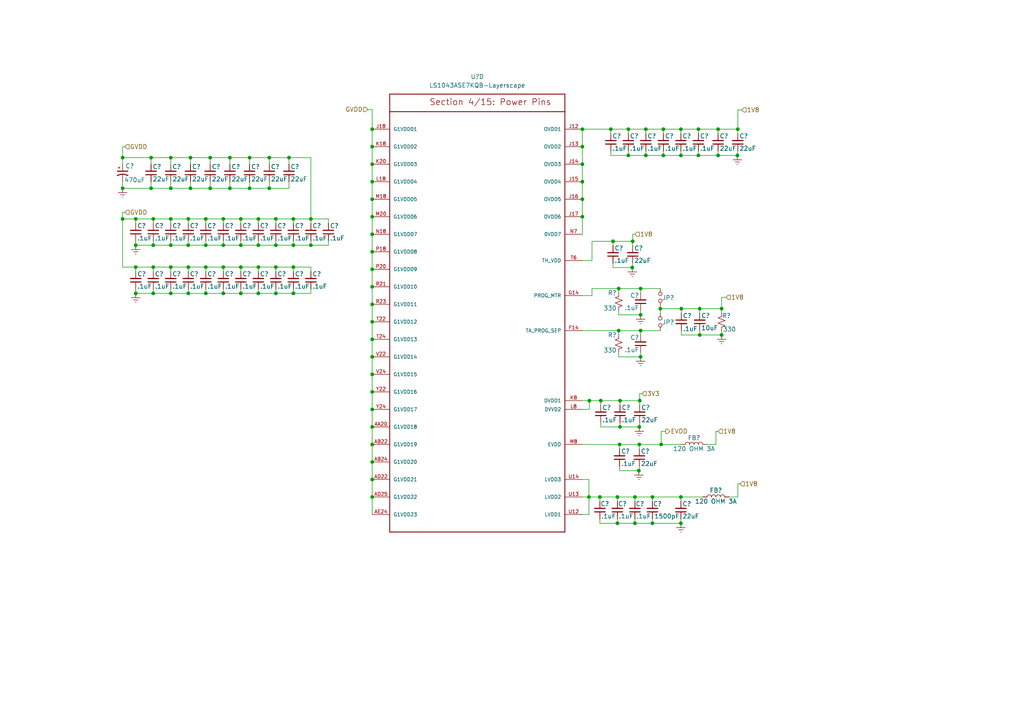
<source format=kicad_sch>
(kicad_sch (version 20200828) (generator eeschema)
  (page 6 9)
  (paper "A4")
  (junction (at 35.56 45.72) (diameter 0.9144))
  (junction (at 35.56 54.61) (diameter 0.9144))
  (junction (at 35.56 63.5) (diameter 0.9144))
  (junction (at 39.37 63.5) (diameter 0.9144))
  (junction (at 39.37 71.12) (diameter 0.9144))
  (junction (at 39.37 77.47) (diameter 0.9144))
  (junction (at 39.37 85.09) (diameter 0.9144))
  (junction (at 43.815 45.72) (diameter 0.9144))
  (junction (at 43.815 54.61) (diameter 0.9144))
  (junction (at 44.45 63.5) (diameter 0.9144))
  (junction (at 44.45 71.12) (diameter 0.9144))
  (junction (at 44.45 77.47) (diameter 0.9144))
  (junction (at 44.45 85.09) (diameter 0.9144))
  (junction (at 49.53 45.72) (diameter 0.9144))
  (junction (at 49.53 54.61) (diameter 0.9144))
  (junction (at 49.53 63.5) (diameter 0.9144))
  (junction (at 49.53 71.12) (diameter 0.9144))
  (junction (at 49.53 77.47) (diameter 0.9144))
  (junction (at 49.53 85.09) (diameter 0.9144))
  (junction (at 54.61 63.5) (diameter 0.9144))
  (junction (at 54.61 71.12) (diameter 0.9144))
  (junction (at 54.61 77.47) (diameter 0.9144))
  (junction (at 54.61 85.09) (diameter 0.9144))
  (junction (at 55.245 45.72) (diameter 0.9144))
  (junction (at 55.245 54.61) (diameter 0.9144))
  (junction (at 59.69 63.5) (diameter 0.9144))
  (junction (at 59.69 71.12) (diameter 0.9144))
  (junction (at 59.69 77.47) (diameter 0.9144))
  (junction (at 59.69 85.09) (diameter 0.9144))
  (junction (at 60.96 45.72) (diameter 0.9144))
  (junction (at 60.96 54.61) (diameter 0.9144))
  (junction (at 64.77 63.5) (diameter 0.9144))
  (junction (at 64.77 71.12) (diameter 0.9144))
  (junction (at 64.77 77.47) (diameter 0.9144))
  (junction (at 64.77 85.09) (diameter 0.9144))
  (junction (at 66.675 45.72) (diameter 0.9144))
  (junction (at 66.675 54.61) (diameter 0.9144))
  (junction (at 69.85 63.5) (diameter 0.9144))
  (junction (at 69.85 71.12) (diameter 0.9144))
  (junction (at 69.85 77.47) (diameter 0.9144))
  (junction (at 69.85 85.09) (diameter 0.9144))
  (junction (at 72.39 45.72) (diameter 0.9144))
  (junction (at 72.39 54.61) (diameter 0.9144))
  (junction (at 74.93 63.5) (diameter 0.9144))
  (junction (at 74.93 71.12) (diameter 0.9144))
  (junction (at 74.93 77.47) (diameter 0.9144))
  (junction (at 74.93 85.09) (diameter 0.9144))
  (junction (at 78.105 45.72) (diameter 0.9144))
  (junction (at 78.105 54.61) (diameter 0.9144))
  (junction (at 80.01 63.5) (diameter 0.9144))
  (junction (at 80.01 71.12) (diameter 0.9144))
  (junction (at 80.01 77.47) (diameter 0.9144))
  (junction (at 80.01 85.09) (diameter 0.9144))
  (junction (at 83.82 45.72) (diameter 0.9144))
  (junction (at 85.09 63.5) (diameter 0.9144))
  (junction (at 85.09 71.12) (diameter 0.9144))
  (junction (at 85.09 77.47) (diameter 0.9144))
  (junction (at 85.09 85.09) (diameter 0.9144))
  (junction (at 90.17 63.5) (diameter 0.9144))
  (junction (at 90.17 71.12) (diameter 0.9144))
  (junction (at 107.95 37.465) (diameter 0.9144))
  (junction (at 107.95 42.545) (diameter 0.9144))
  (junction (at 107.95 47.625) (diameter 0.9144))
  (junction (at 107.95 52.705) (diameter 0.9144))
  (junction (at 107.95 57.785) (diameter 0.9144))
  (junction (at 107.95 62.865) (diameter 0.9144))
  (junction (at 107.95 67.945) (diameter 0.9144))
  (junction (at 107.95 73.025) (diameter 0.9144))
  (junction (at 107.95 78.105) (diameter 0.9144))
  (junction (at 107.95 83.185) (diameter 0.9144))
  (junction (at 107.95 88.265) (diameter 0.9144))
  (junction (at 107.95 93.345) (diameter 0.9144))
  (junction (at 107.95 98.425) (diameter 0.9144))
  (junction (at 107.95 103.505) (diameter 0.9144))
  (junction (at 107.95 108.585) (diameter 0.9144))
  (junction (at 107.95 113.665) (diameter 0.9144))
  (junction (at 107.95 118.745) (diameter 0.9144))
  (junction (at 107.95 123.825) (diameter 0.9144))
  (junction (at 107.95 128.905) (diameter 0.9144))
  (junction (at 107.95 133.985) (diameter 0.9144))
  (junction (at 107.95 139.065) (diameter 0.9144))
  (junction (at 107.95 144.145) (diameter 0.9144))
  (junction (at 168.91 37.465) (diameter 0.9144))
  (junction (at 168.91 42.545) (diameter 0.9144))
  (junction (at 168.91 47.625) (diameter 0.9144))
  (junction (at 168.91 52.705) (diameter 0.9144))
  (junction (at 168.91 57.785) (diameter 0.9144))
  (junction (at 168.91 62.865) (diameter 0.9144))
  (junction (at 170.815 144.145) (diameter 0.9144))
  (junction (at 170.942 116.205) (diameter 0.9144))
  (junction (at 173.99 144.145) (diameter 0.9144))
  (junction (at 174.244 116.205) (diameter 0.9144))
  (junction (at 177.165 37.465) (diameter 0.9144))
  (junction (at 177.8 69.977) (diameter 0.9144))
  (junction (at 179.07 144.145) (diameter 0.9144))
  (junction (at 179.07 151.765) (diameter 0.9144))
  (junction (at 179.451 83.693) (diameter 0.9144))
  (junction (at 179.451 95.885) (diameter 0.9144))
  (junction (at 179.705 128.905) (diameter 0.9144))
  (junction (at 179.832 116.205) (diameter 0.9144))
  (junction (at 179.832 123.825) (diameter 0.9144))
  (junction (at 182.245 37.465) (diameter 0.9144))
  (junction (at 182.245 45.085) (diameter 0.9144))
  (junction (at 183.388 77.597) (diameter 0.9144))
  (junction (at 183.515 69.977) (diameter 0.9144))
  (junction (at 184.15 144.145) (diameter 0.9144))
  (junction (at 184.15 151.765) (diameter 0.9144))
  (junction (at 185.293 136.525) (diameter 0.9144))
  (junction (at 185.42 123.825) (diameter 0.9144))
  (junction (at 185.42 128.905) (diameter 0.9144))
  (junction (at 185.547 116.205) (diameter 0.9144))
  (junction (at 185.801 83.693) (diameter 0.9144))
  (junction (at 185.801 91.313) (diameter 0.9144))
  (junction (at 185.801 95.885) (diameter 0.9144))
  (junction (at 185.801 103.505) (diameter 0.9144))
  (junction (at 187.325 37.465) (diameter 0.9144))
  (junction (at 187.325 45.085) (diameter 0.9144))
  (junction (at 189.23 144.145) (diameter 0.9144))
  (junction (at 189.23 151.765) (diameter 0.9144))
  (junction (at 191.516 89.535) (diameter 0.9144))
  (junction (at 191.77 128.905) (diameter 0.9144))
  (junction (at 192.405 37.465) (diameter 0.9144))
  (junction (at 192.405 45.085) (diameter 0.9144))
  (junction (at 197.485 37.465) (diameter 0.9144))
  (junction (at 197.485 45.085) (diameter 0.9144))
  (junction (at 197.485 144.145) (diameter 0.9144))
  (junction (at 197.485 151.765) (diameter 0.9144))
  (junction (at 197.612 89.535) (diameter 0.9144))
  (junction (at 202.565 37.465) (diameter 0.9144))
  (junction (at 202.565 45.085) (diameter 0.9144))
  (junction (at 202.946 89.535) (diameter 0.9144))
  (junction (at 202.946 97.155) (diameter 0.9144))
  (junction (at 208.28 37.465) (diameter 0.9144))
  (junction (at 208.28 45.085) (diameter 0.9144))
  (junction (at 209.296 89.535) (diameter 0.9144))
  (junction (at 209.296 97.155) (diameter 0.9144))
  (junction (at 213.868 45.085) (diameter 0.9144))
  (junction (at 213.995 37.465) (diameter 0.9144))
  (wire (pts (xy 35.56 42.545) (xy 35.56 45.72)))
  (wire (pts (xy 35.56 45.72) (xy 43.815 45.72)))
  (wire (pts (xy 35.56 47.625) (xy 35.56 45.72)))
  (wire (pts (xy 35.56 52.705) (xy 35.56 54.61)))
  (wire (pts (xy 35.56 54.61) (xy 43.815 54.61)))
  (wire (pts (xy 35.56 61.595) (xy 35.56 63.5)))
  (wire (pts (xy 35.56 63.5) (xy 35.56 77.47)))
  (wire (pts (xy 35.56 77.47) (xy 39.37 77.47)))
  (wire (pts (xy 36.195 42.545) (xy 35.56 42.545)))
  (wire (pts (xy 36.195 61.595) (xy 35.56 61.595)))
  (wire (pts (xy 39.37 63.5) (xy 35.56 63.5)))
  (wire (pts (xy 39.37 63.5) (xy 39.37 64.77)))
  (wire (pts (xy 39.37 69.85) (xy 39.37 71.12)))
  (wire (pts (xy 39.37 71.12) (xy 44.45 71.12)))
  (wire (pts (xy 39.37 77.47) (xy 39.37 78.74)))
  (wire (pts (xy 39.37 83.82) (xy 39.37 85.09)))
  (wire (pts (xy 39.37 85.09) (xy 44.45 85.09)))
  (wire (pts (xy 43.815 45.72) (xy 43.815 47.625)))
  (wire (pts (xy 43.815 45.72) (xy 49.53 45.72)))
  (wire (pts (xy 43.815 52.705) (xy 43.815 54.61)))
  (wire (pts (xy 43.815 54.61) (xy 49.53 54.61)))
  (wire (pts (xy 44.45 63.5) (xy 39.37 63.5)))
  (wire (pts (xy 44.45 63.5) (xy 44.45 64.77)))
  (wire (pts (xy 44.45 63.5) (xy 49.53 63.5)))
  (wire (pts (xy 44.45 69.85) (xy 44.45 71.12)))
  (wire (pts (xy 44.45 71.12) (xy 49.53 71.12)))
  (wire (pts (xy 44.45 77.47) (xy 39.37 77.47)))
  (wire (pts (xy 44.45 77.47) (xy 44.45 78.74)))
  (wire (pts (xy 44.45 77.47) (xy 49.53 77.47)))
  (wire (pts (xy 44.45 83.82) (xy 44.45 85.09)))
  (wire (pts (xy 44.45 85.09) (xy 49.53 85.09)))
  (wire (pts (xy 49.53 45.72) (xy 49.53 47.625)))
  (wire (pts (xy 49.53 45.72) (xy 55.245 45.72)))
  (wire (pts (xy 49.53 52.705) (xy 49.53 54.61)))
  (wire (pts (xy 49.53 54.61) (xy 55.245 54.61)))
  (wire (pts (xy 49.53 63.5) (xy 54.61 63.5)))
  (wire (pts (xy 49.53 64.77) (xy 49.53 63.5)))
  (wire (pts (xy 49.53 69.85) (xy 49.53 71.12)))
  (wire (pts (xy 49.53 71.12) (xy 54.61 71.12)))
  (wire (pts (xy 49.53 77.47) (xy 54.61 77.47)))
  (wire (pts (xy 49.53 78.74) (xy 49.53 77.47)))
  (wire (pts (xy 49.53 83.82) (xy 49.53 85.09)))
  (wire (pts (xy 49.53 85.09) (xy 54.61 85.09)))
  (wire (pts (xy 54.61 63.5) (xy 54.61 64.77)))
  (wire (pts (xy 54.61 63.5) (xy 59.69 63.5)))
  (wire (pts (xy 54.61 69.85) (xy 54.61 71.12)))
  (wire (pts (xy 54.61 71.12) (xy 59.69 71.12)))
  (wire (pts (xy 54.61 77.47) (xy 54.61 78.74)))
  (wire (pts (xy 54.61 77.47) (xy 59.69 77.47)))
  (wire (pts (xy 54.61 83.82) (xy 54.61 85.09)))
  (wire (pts (xy 54.61 85.09) (xy 59.69 85.09)))
  (wire (pts (xy 55.245 45.72) (xy 55.245 47.625)))
  (wire (pts (xy 55.245 45.72) (xy 60.96 45.72)))
  (wire (pts (xy 55.245 52.705) (xy 55.245 54.61)))
  (wire (pts (xy 55.245 54.61) (xy 60.96 54.61)))
  (wire (pts (xy 59.69 63.5) (xy 59.69 64.77)))
  (wire (pts (xy 59.69 63.5) (xy 64.77 63.5)))
  (wire (pts (xy 59.69 69.85) (xy 59.69 71.12)))
  (wire (pts (xy 59.69 71.12) (xy 64.77 71.12)))
  (wire (pts (xy 59.69 77.47) (xy 59.69 78.74)))
  (wire (pts (xy 59.69 77.47) (xy 64.77 77.47)))
  (wire (pts (xy 59.69 83.82) (xy 59.69 85.09)))
  (wire (pts (xy 59.69 85.09) (xy 64.77 85.09)))
  (wire (pts (xy 60.96 45.72) (xy 60.96 47.625)))
  (wire (pts (xy 60.96 45.72) (xy 66.675 45.72)))
  (wire (pts (xy 60.96 52.705) (xy 60.96 54.61)))
  (wire (pts (xy 60.96 54.61) (xy 66.675 54.61)))
  (wire (pts (xy 64.77 63.5) (xy 64.77 64.77)))
  (wire (pts (xy 64.77 63.5) (xy 69.85 63.5)))
  (wire (pts (xy 64.77 69.85) (xy 64.77 71.12)))
  (wire (pts (xy 64.77 71.12) (xy 69.85 71.12)))
  (wire (pts (xy 64.77 77.47) (xy 64.77 78.74)))
  (wire (pts (xy 64.77 77.47) (xy 69.85 77.47)))
  (wire (pts (xy 64.77 83.82) (xy 64.77 85.09)))
  (wire (pts (xy 64.77 85.09) (xy 69.85 85.09)))
  (wire (pts (xy 66.675 45.72) (xy 66.675 47.625)))
  (wire (pts (xy 66.675 45.72) (xy 72.39 45.72)))
  (wire (pts (xy 66.675 52.705) (xy 66.675 54.61)))
  (wire (pts (xy 66.675 54.61) (xy 72.39 54.61)))
  (wire (pts (xy 69.85 63.5) (xy 69.85 64.77)))
  (wire (pts (xy 69.85 63.5) (xy 74.93 63.5)))
  (wire (pts (xy 69.85 71.12) (xy 69.85 69.85)))
  (wire (pts (xy 69.85 71.12) (xy 74.93 71.12)))
  (wire (pts (xy 69.85 77.47) (xy 69.85 78.74)))
  (wire (pts (xy 69.85 77.47) (xy 74.93 77.47)))
  (wire (pts (xy 69.85 85.09) (xy 69.85 83.82)))
  (wire (pts (xy 69.85 85.09) (xy 74.93 85.09)))
  (wire (pts (xy 72.39 45.72) (xy 72.39 47.625)))
  (wire (pts (xy 72.39 45.72) (xy 78.105 45.72)))
  (wire (pts (xy 72.39 52.705) (xy 72.39 54.61)))
  (wire (pts (xy 72.39 54.61) (xy 78.105 54.61)))
  (wire (pts (xy 74.93 63.5) (xy 74.93 64.77)))
  (wire (pts (xy 74.93 63.5) (xy 80.01 63.5)))
  (wire (pts (xy 74.93 71.12) (xy 74.93 69.85)))
  (wire (pts (xy 74.93 71.12) (xy 80.01 71.12)))
  (wire (pts (xy 74.93 77.47) (xy 74.93 78.74)))
  (wire (pts (xy 74.93 77.47) (xy 80.01 77.47)))
  (wire (pts (xy 74.93 85.09) (xy 74.93 83.82)))
  (wire (pts (xy 74.93 85.09) (xy 80.01 85.09)))
  (wire (pts (xy 78.105 45.72) (xy 78.105 47.625)))
  (wire (pts (xy 78.105 45.72) (xy 83.82 45.72)))
  (wire (pts (xy 78.105 52.705) (xy 78.105 54.61)))
  (wire (pts (xy 78.105 54.61) (xy 83.82 54.61)))
  (wire (pts (xy 80.01 63.5) (xy 80.01 64.77)))
  (wire (pts (xy 80.01 63.5) (xy 85.09 63.5)))
  (wire (pts (xy 80.01 69.85) (xy 80.01 71.12)))
  (wire (pts (xy 80.01 71.12) (xy 85.09 71.12)))
  (wire (pts (xy 80.01 77.47) (xy 80.01 78.74)))
  (wire (pts (xy 80.01 77.47) (xy 85.09 77.47)))
  (wire (pts (xy 80.01 83.82) (xy 80.01 85.09)))
  (wire (pts (xy 80.01 85.09) (xy 85.09 85.09)))
  (wire (pts (xy 83.82 45.72) (xy 83.82 47.625)))
  (wire (pts (xy 83.82 45.72) (xy 90.17 45.72)))
  (wire (pts (xy 83.82 54.61) (xy 83.82 52.705)))
  (wire (pts (xy 85.09 63.5) (xy 90.17 63.5)))
  (wire (pts (xy 85.09 64.77) (xy 85.09 63.5)))
  (wire (pts (xy 85.09 69.85) (xy 85.09 71.12)))
  (wire (pts (xy 85.09 71.12) (xy 90.17 71.12)))
  (wire (pts (xy 85.09 77.47) (xy 90.17 77.47)))
  (wire (pts (xy 85.09 78.74) (xy 85.09 77.47)))
  (wire (pts (xy 85.09 83.82) (xy 85.09 85.09)))
  (wire (pts (xy 85.09 85.09) (xy 90.17 85.09)))
  (wire (pts (xy 90.17 45.72) (xy 90.17 63.5)))
  (wire (pts (xy 90.17 63.5) (xy 90.17 64.77)))
  (wire (pts (xy 90.17 63.5) (xy 95.25 63.5)))
  (wire (pts (xy 90.17 69.85) (xy 90.17 71.12)))
  (wire (pts (xy 90.17 71.12) (xy 95.25 71.12)))
  (wire (pts (xy 90.17 77.47) (xy 90.17 78.74)))
  (wire (pts (xy 90.17 83.82) (xy 90.17 85.09)))
  (wire (pts (xy 95.25 63.5) (xy 95.25 64.77)))
  (wire (pts (xy 95.25 69.85) (xy 95.25 71.12)))
  (wire (pts (xy 106.68 31.75) (xy 107.95 31.75)))
  (wire (pts (xy 107.95 31.75) (xy 107.95 37.465)))
  (wire (pts (xy 107.95 37.465) (xy 107.95 42.545)))
  (wire (pts (xy 107.95 42.545) (xy 107.95 47.625)))
  (wire (pts (xy 107.95 47.625) (xy 107.95 52.705)))
  (wire (pts (xy 107.95 52.705) (xy 107.95 57.785)))
  (wire (pts (xy 107.95 57.785) (xy 107.95 62.865)))
  (wire (pts (xy 107.95 62.865) (xy 107.95 67.945)))
  (wire (pts (xy 107.95 67.945) (xy 107.95 73.025)))
  (wire (pts (xy 107.95 73.025) (xy 107.95 78.105)))
  (wire (pts (xy 107.95 78.105) (xy 107.95 83.185)))
  (wire (pts (xy 107.95 83.185) (xy 107.95 88.265)))
  (wire (pts (xy 107.95 88.265) (xy 107.95 93.345)))
  (wire (pts (xy 107.95 93.345) (xy 107.95 98.425)))
  (wire (pts (xy 107.95 98.425) (xy 107.95 103.505)))
  (wire (pts (xy 107.95 103.505) (xy 107.95 108.585)))
  (wire (pts (xy 107.95 108.585) (xy 107.95 113.665)))
  (wire (pts (xy 107.95 113.665) (xy 107.95 118.745)))
  (wire (pts (xy 107.95 118.745) (xy 107.95 123.825)))
  (wire (pts (xy 107.95 123.825) (xy 107.95 128.905)))
  (wire (pts (xy 107.95 128.905) (xy 107.95 133.985)))
  (wire (pts (xy 107.95 133.985) (xy 107.95 139.065)))
  (wire (pts (xy 107.95 139.065) (xy 107.95 144.145)))
  (wire (pts (xy 107.95 144.145) (xy 107.95 149.225)))
  (wire (pts (xy 168.91 37.465) (xy 168.91 42.545)))
  (wire (pts (xy 168.91 37.465) (xy 177.165 37.465)))
  (wire (pts (xy 168.91 42.545) (xy 168.91 47.625)))
  (wire (pts (xy 168.91 47.625) (xy 168.91 52.705)))
  (wire (pts (xy 168.91 52.705) (xy 168.91 57.785)))
  (wire (pts (xy 168.91 57.785) (xy 168.91 62.865)))
  (wire (pts (xy 168.91 62.865) (xy 168.91 67.945)))
  (wire (pts (xy 168.91 95.885) (xy 179.451 95.885)))
  (wire (pts (xy 168.91 116.205) (xy 170.942 116.205)))
  (wire (pts (xy 168.91 128.905) (xy 179.705 128.905)))
  (wire (pts (xy 168.91 139.065) (xy 170.815 139.065)))
  (wire (pts (xy 168.91 144.145) (xy 170.815 144.145)))
  (wire (pts (xy 170.815 139.065) (xy 170.815 144.145)))
  (wire (pts (xy 170.815 144.145) (xy 170.815 149.225)))
  (wire (pts (xy 170.815 144.145) (xy 173.99 144.145)))
  (wire (pts (xy 170.815 149.225) (xy 168.91 149.225)))
  (wire (pts (xy 170.942 116.205) (xy 170.942 118.745)))
  (wire (pts (xy 170.942 116.205) (xy 174.244 116.205)))
  (wire (pts (xy 170.942 118.745) (xy 168.91 118.745)))
  (wire (pts (xy 171.704 69.977) (xy 171.704 75.565)))
  (wire (pts (xy 171.704 75.565) (xy 168.91 75.565)))
  (wire (pts (xy 171.704 83.693) (xy 171.704 85.725)))
  (wire (pts (xy 171.704 83.693) (xy 179.451 83.693)))
  (wire (pts (xy 171.704 85.725) (xy 168.91 85.725)))
  (wire (pts (xy 173.99 145.415) (xy 173.99 144.145)))
  (wire (pts (xy 173.99 150.495) (xy 173.99 151.765)))
  (wire (pts (xy 174.244 116.205) (xy 174.244 117.475)))
  (wire (pts (xy 174.244 116.205) (xy 179.832 116.205)))
  (wire (pts (xy 174.244 122.555) (xy 174.244 123.825)))
  (wire (pts (xy 174.244 123.825) (xy 179.832 123.825)))
  (wire (pts (xy 177.165 37.465) (xy 177.165 38.735)))
  (wire (pts (xy 177.165 43.815) (xy 177.165 45.085)))
  (wire (pts (xy 177.165 45.085) (xy 182.245 45.085)))
  (wire (pts (xy 177.8 69.977) (xy 171.704 69.977)))
  (wire (pts (xy 177.8 69.977) (xy 177.8 71.247)))
  (wire (pts (xy 177.8 69.977) (xy 183.515 69.977)))
  (wire (pts (xy 177.8 76.327) (xy 177.8 77.597)))
  (wire (pts (xy 177.8 77.597) (xy 183.388 77.597)))
  (wire (pts (xy 179.07 144.145) (xy 173.99 144.145)))
  (wire (pts (xy 179.07 144.145) (xy 179.07 145.415)))
  (wire (pts (xy 179.07 144.145) (xy 184.15 144.145)))
  (wire (pts (xy 179.07 150.495) (xy 179.07 151.765)))
  (wire (pts (xy 179.07 151.765) (xy 173.99 151.765)))
  (wire (pts (xy 179.451 83.693) (xy 179.451 84.963)))
  (wire (pts (xy 179.451 90.043) (xy 179.451 91.313)))
  (wire (pts (xy 179.451 95.885) (xy 179.451 97.155)))
  (wire (pts (xy 179.451 102.235) (xy 179.451 103.505)))
  (wire (pts (xy 179.705 128.905) (xy 179.705 130.175)))
  (wire (pts (xy 179.705 128.905) (xy 185.42 128.905)))
  (wire (pts (xy 179.705 135.255) (xy 179.705 136.525)))
  (wire (pts (xy 179.705 136.525) (xy 185.293 136.525)))
  (wire (pts (xy 179.832 116.205) (xy 179.832 117.475)))
  (wire (pts (xy 179.832 116.205) (xy 185.547 116.205)))
  (wire (pts (xy 179.832 122.555) (xy 179.832 123.825)))
  (wire (pts (xy 179.832 123.825) (xy 185.42 123.825)))
  (wire (pts (xy 182.245 37.465) (xy 177.165 37.465)))
  (wire (pts (xy 182.245 37.465) (xy 182.245 38.735)))
  (wire (pts (xy 182.245 37.465) (xy 187.325 37.465)))
  (wire (pts (xy 182.245 43.815) (xy 182.245 45.085)))
  (wire (pts (xy 182.245 45.085) (xy 187.325 45.085)))
  (wire (pts (xy 183.388 77.597) (xy 183.515 77.597)))
  (wire (pts (xy 183.515 67.945) (xy 183.515 69.977)))
  (wire (pts (xy 183.515 69.977) (xy 183.515 71.247)))
  (wire (pts (xy 183.515 76.327) (xy 183.515 77.597)))
  (wire (pts (xy 184.15 67.945) (xy 183.515 67.945)))
  (wire (pts (xy 184.15 144.145) (xy 184.15 145.415)))
  (wire (pts (xy 184.15 150.495) (xy 184.15 151.765)))
  (wire (pts (xy 184.15 151.765) (xy 179.07 151.765)))
  (wire (pts (xy 185.293 136.525) (xy 185.42 136.525)))
  (wire (pts (xy 185.42 123.825) (xy 185.547 123.825)))
  (wire (pts (xy 185.42 128.905) (xy 185.42 130.175)))
  (wire (pts (xy 185.42 128.905) (xy 191.77 128.905)))
  (wire (pts (xy 185.42 135.255) (xy 185.42 136.525)))
  (wire (pts (xy 185.547 114.173) (xy 185.547 116.205)))
  (wire (pts (xy 185.547 116.205) (xy 185.547 117.475)))
  (wire (pts (xy 185.547 122.555) (xy 185.547 123.825)))
  (wire (pts (xy 185.801 83.693) (xy 179.451 83.693)))
  (wire (pts (xy 185.801 83.693) (xy 185.801 84.963)))
  (wire (pts (xy 185.801 90.043) (xy 185.801 91.313)))
  (wire (pts (xy 185.801 91.313) (xy 179.451 91.313)))
  (wire (pts (xy 185.801 95.885) (xy 179.451 95.885)))
  (wire (pts (xy 185.801 95.885) (xy 185.801 97.155)))
  (wire (pts (xy 185.801 102.235) (xy 185.801 103.505)))
  (wire (pts (xy 185.801 103.505) (xy 179.451 103.505)))
  (wire (pts (xy 186.182 114.173) (xy 185.547 114.173)))
  (wire (pts (xy 187.325 37.465) (xy 192.405 37.465)))
  (wire (pts (xy 187.325 38.735) (xy 187.325 37.465)))
  (wire (pts (xy 187.325 43.815) (xy 187.325 45.085)))
  (wire (pts (xy 187.325 45.085) (xy 192.405 45.085)))
  (wire (pts (xy 189.23 144.145) (xy 184.15 144.145)))
  (wire (pts (xy 189.23 144.145) (xy 189.23 145.415)))
  (wire (pts (xy 189.23 144.145) (xy 197.485 144.145)))
  (wire (pts (xy 189.23 150.495) (xy 189.23 151.765)))
  (wire (pts (xy 189.23 151.765) (xy 184.15 151.765)))
  (wire (pts (xy 189.23 151.765) (xy 197.485 151.765)))
  (wire (pts (xy 191.516 83.693) (xy 185.801 83.693)))
  (wire (pts (xy 191.516 89.535) (xy 191.516 88.773)))
  (wire (pts (xy 191.516 89.535) (xy 197.612 89.535)))
  (wire (pts (xy 191.516 90.805) (xy 191.516 89.535)))
  (wire (pts (xy 191.516 95.885) (xy 185.801 95.885)))
  (wire (pts (xy 191.77 125.095) (xy 191.77 128.905)))
  (wire (pts (xy 191.77 128.905) (xy 197.485 128.905)))
  (wire (pts (xy 192.405 37.465) (xy 192.405 38.735)))
  (wire (pts (xy 192.405 37.465) (xy 197.485 37.465)))
  (wire (pts (xy 192.405 43.815) (xy 192.405 45.085)))
  (wire (pts (xy 192.405 45.085) (xy 197.485 45.085)))
  (wire (pts (xy 193.04 125.095) (xy 191.77 125.095)))
  (wire (pts (xy 197.485 37.465) (xy 197.485 38.735)))
  (wire (pts (xy 197.485 37.465) (xy 202.565 37.465)))
  (wire (pts (xy 197.485 43.815) (xy 197.485 45.085)))
  (wire (pts (xy 197.485 45.085) (xy 202.565 45.085)))
  (wire (pts (xy 197.485 144.145) (xy 197.485 145.415)))
  (wire (pts (xy 197.485 144.145) (xy 203.835 144.145)))
  (wire (pts (xy 197.485 151.765) (xy 197.485 150.495)))
  (wire (pts (xy 197.612 89.535) (xy 197.612 90.805)))
  (wire (pts (xy 197.612 89.535) (xy 202.946 89.535)))
  (wire (pts (xy 197.612 95.885) (xy 197.612 97.155)))
  (wire (pts (xy 197.612 97.155) (xy 202.946 97.155)))
  (wire (pts (xy 202.565 37.465) (xy 208.28 37.465)))
  (wire (pts (xy 202.565 38.735) (xy 202.565 37.465)))
  (wire (pts (xy 202.565 43.815) (xy 202.565 45.085)))
  (wire (pts (xy 202.565 45.085) (xy 208.28 45.085)))
  (wire (pts (xy 202.946 89.535) (xy 202.946 90.805)))
  (wire (pts (xy 202.946 89.535) (xy 209.296 89.535)))
  (wire (pts (xy 202.946 95.885) (xy 202.946 97.155)))
  (wire (pts (xy 202.946 97.155) (xy 209.296 97.155)))
  (wire (pts (xy 207.645 125.095) (xy 207.645 128.905)))
  (wire (pts (xy 207.645 128.905) (xy 205.105 128.905)))
  (wire (pts (xy 208.28 37.465) (xy 208.28 38.735)))
  (wire (pts (xy 208.28 37.465) (xy 213.995 37.465)))
  (wire (pts (xy 208.28 43.815) (xy 208.28 45.085)))
  (wire (pts (xy 208.28 45.085) (xy 213.868 45.085)))
  (wire (pts (xy 208.28 125.095) (xy 207.645 125.095)))
  (wire (pts (xy 209.296 86.233) (xy 209.296 89.535)))
  (wire (pts (xy 209.296 86.233) (xy 210.566 86.233)))
  (wire (pts (xy 209.296 89.535) (xy 209.296 90.805)))
  (wire (pts (xy 209.296 97.155) (xy 209.296 95.885)))
  (wire (pts (xy 213.868 45.085) (xy 213.995 45.085)))
  (wire (pts (xy 213.995 31.877) (xy 213.995 37.465)))
  (wire (pts (xy 213.995 37.465) (xy 213.995 38.735)))
  (wire (pts (xy 213.995 45.085) (xy 213.995 43.815)))
  (wire (pts (xy 213.995 140.335) (xy 213.995 144.145)))
  (wire (pts (xy 213.995 144.145) (xy 211.455 144.145)))
  (wire (pts (xy 214.63 140.335) (xy 213.995 140.335)))
  (wire (pts (xy 215.138 31.877) (xy 213.995 31.877)))
  (hierarchical_label "GVDD" (shape input) (at 36.195 42.545 0))
  (hierarchical_label "GVDD" (shape input) (at 36.195 61.595 0))
  (hierarchical_label "GVDD" (shape input) (at 106.68 31.75 180))
  (hierarchical_label "1V8" (shape input) (at 184.15 67.945 0))
  (hierarchical_label "3V3" (shape input) (at 186.182 114.173 0))
  (hierarchical_label "EVDD" (shape output) (at 193.04 125.095 0))
  (hierarchical_label "1V8" (shape input) (at 208.28 125.095 0))
  (hierarchical_label "1V8" (shape input) (at 210.566 86.233 0))
  (hierarchical_label "1V8" (shape input) (at 214.63 140.335 0))
  (hierarchical_label "1V8" (shape input) (at 215.138 31.877 0))
  (symbol (lib_id "Device:Jumper_NO_Small") (at 191.516 86.233 90) (unit 1)
    (property "Reference" "JP?" (at 193.802 86.36 90))
    (property "Value" "SolderJumper_2_Open" (effects hide))
  )
  (symbol (lib_id "Device:Jumper_NO_Small") (at 191.516 93.345 90) (unit 1)
    (property "Reference" "JP?" (at 193.802 93.472 90))
    (property "Value" "SolderJumper_2_Open" (effects hide))
  )
  (symbol (lib_id "Device:L") (at 201.295 128.905 270) (mirror x) (unit 1)
    (property "Reference" "FB?" (at 201.295 127 90))
    (property "Value" "120 OHM 3A" (at 201.295 130.175 90))
    (property "Footprint" "Inductor_SMD:L_0603_1608Metric" (effects hide))
    (property "PartsBoxID" "0603-120R-3A" (effects hide))
  )
  (symbol (lib_id "Device:L") (at 207.645 144.145 270) (mirror x) (unit 1)
    (property "Reference" "FB?" (at 207.645 142.24 90))
    (property "Value" "120 OHM 3A" (at 207.645 145.415 90))
    (property "Footprint" "Inductor_SMD:L_0603_1608Metric" (effects hide))
    (property "PartsBoxID" "0603-120R-3A" (effects hide))
  )
  (symbol (lib_id "AP2100-rescue:GND-Scott") (at 35.56 54.61 0) (mirror y) (unit 1)
    (property "Reference" "#PWR?" (effects hide))
    (property "Value" "GND" (effects hide))
  )
  (symbol (lib_id "AP2100-rescue:GND-Scott") (at 39.37 71.12 0) (mirror y) (unit 1)
    (property "Reference" "#PWR?" (effects hide))
    (property "Value" "GND" (effects hide))
  )
  (symbol (lib_id "AP2100-rescue:GND-Scott") (at 39.37 85.09 0) (mirror y) (unit 1)
    (property "Reference" "#PWR?" (effects hide))
    (property "Value" "GND" (effects hide))
  )
  (symbol (lib_id "AP2100-rescue:GND-Scott") (at 183.388 77.597 0) (mirror y) (unit 1)
    (property "Reference" "#PWR?" (effects hide))
    (property "Value" "GND" (effects hide))
  )
  (symbol (lib_id "AP2100-rescue:GND-Scott") (at 185.293 136.525 0) (mirror y) (unit 1)
    (property "Reference" "#PWR?" (effects hide))
    (property "Value" "GND" (effects hide))
  )
  (symbol (lib_id "AP2100-rescue:GND-Scott") (at 185.42 123.825 0) (mirror y) (unit 1)
    (property "Reference" "#PWR?" (effects hide))
    (property "Value" "GND" (effects hide))
  )
  (symbol (lib_id "AP2100-rescue:GND-Scott") (at 185.801 91.313 0) (unit 1)
    (property "Reference" "#PWR?" (effects hide))
    (property "Value" "GND" (effects hide))
  )
  (symbol (lib_id "AP2100-rescue:GND-Scott") (at 185.801 103.505 0) (unit 1)
    (property "Reference" "#PWR?" (effects hide))
    (property "Value" "GND" (effects hide))
  )
  (symbol (lib_id "AP2100-rescue:GND-Scott") (at 197.485 151.765 0) (unit 1)
    (property "Reference" "#PWR?" (effects hide))
    (property "Value" "GND" (effects hide))
  )
  (symbol (lib_id "AP2100-rescue:GND-Scott") (at 209.296 97.155 0) (unit 1)
    (property "Reference" "#PWR?" (effects hide))
    (property "Value" "GND" (effects hide))
  )
  (symbol (lib_id "AP2100-rescue:GND-Scott") (at 213.868 45.085 0) (mirror y) (unit 1)
    (property "Reference" "#PWR?" (effects hide))
    (property "Value" "GND" (effects hide))
  )
  (symbol (lib_id "Device:R_Small_US") (at 179.451 87.503 0) (mirror x) (unit 1)
    (property "Reference" "R?" (at 176.276 84.963 0) (effects (justify left)))
    (property "Value" "330" (at 175.006 89.408 0) (effects (justify left)))
    (property "Footprint" "Resistor_SMD:R_0402_1005Metric" (effects hide))
    (property "PartsBoxID" "0402-330-1%" (effects hide))
  )
  (symbol (lib_id "Device:R_Small_US") (at 179.451 99.695 0) (mirror x) (unit 1)
    (property "Reference" "R?" (at 176.276 97.155 0) (effects (justify left)))
    (property "Value" "330" (at 175.006 101.6 0) (effects (justify left)))
    (property "Footprint" "Resistor_SMD:R_0402_1005Metric" (effects hide))
    (property "PartsBoxID" "0402-330-1%" (effects hide))
  )
  (symbol (lib_id "Device:R_Small_US") (at 209.296 93.345 0) (mirror y) (unit 1)
    (property "Reference" "R?" (at 211.963 91.567 0) (effects (justify left)))
    (property "Value" "330" (at 213.487 95.504 0) (effects (justify left)))
    (property "Footprint" "Resistor_SMD:R_0402_1005Metric" (effects hide))
    (property "PartsBoxID" "0402-330-1%" (effects hide))
  )
  (symbol (lib_id "Device:CP1_Small") (at 35.56 50.165 0) (unit 1)
    (property "Reference" "C?" (at 38.9382 48.1584 0) (effects (justify right)))
    (property "Value" "470uF" (at 42.1132 52.197 0) (effects (justify right)))
    (property "Footprint" "Capacitor_SMD:C_Elec_10x10.2" (effects hide))
    (property "Datasheet" "https://www.mouser.com/datasheet/2/315/ABA0000C1229-1316762.pdf" (effects hide))
    (property "PartsBoxID" "10x10.2-470uF-AOP-25V" (effects hide))
    (property "MPN" "EEH-ZK1E471P" (effects hide))
    (property "SPR" "Capacitor_SMD:C_1210_3225Metric" (effects hide))
    (property "SPN" "22uF" (effects hide))
  )
  (symbol (lib_id "Device:C_Small") (at 39.37 67.31 180) (unit 1)
    (property "Reference" "C?" (at 39.8018 65.5066 0) (effects (justify right)))
    (property "Value" ".1uF" (at 39.8018 69.088 0) (effects (justify right)))
    (property "Footprint" "Capacitor_SMD:C_0201_0603Metric" (effects hide))
    (property "PartsBoxID" "0201-.1uF-X5R-25V" (effects hide))
    (property "MPN" "-" (effects hide))
    (property "SPR" "-" (effects hide))
    (property "SPN" "-" (effects hide))
    (property "SPURL" "-" (effects hide))
  )
  (symbol (lib_id "Device:C_Small") (at 39.37 81.28 180) (unit 1)
    (property "Reference" "C?" (at 39.8018 79.4766 0) (effects (justify right)))
    (property "Value" ".1uF" (at 39.8018 83.058 0) (effects (justify right)))
    (property "Footprint" "Capacitor_SMD:C_0201_0603Metric" (effects hide))
    (property "PartsBoxID" "0201-.1uF-X5R-25V" (effects hide))
    (property "MPN" "-" (effects hide))
    (property "SPR" "-" (effects hide))
    (property "SPN" "-" (effects hide))
    (property "SPURL" "-" (effects hide))
  )
  (symbol (lib_id "Device:C_Small") (at 43.815 50.165 180) (unit 1)
    (property "Reference" "C?" (at 44.2468 48.3616 0) (effects (justify right)))
    (property "Value" "22uF" (at 44.2468 51.943 0) (effects (justify right)))
    (property "Footprint" "Capacitor_SMD:C_0805_2012Metric" (effects hide))
    (property "PartsBoxID" "0805-22uF-X7R-25V" (effects hide))
    (property "MPN" "-" (effects hide))
    (property "SPR" "Capacitor_SMD:C_1210_3225Metric" (effects hide))
    (property "SPN" "22uF" (effects hide))
  )
  (symbol (lib_id "Device:C_Small") (at 44.45 67.31 180) (unit 1)
    (property "Reference" "C?" (at 44.8818 65.5066 0) (effects (justify right)))
    (property "Value" ".1uF" (at 44.8818 69.088 0) (effects (justify right)))
    (property "Footprint" "Capacitor_SMD:C_0201_0603Metric" (effects hide))
    (property "PartsBoxID" "0201-.1uF-X5R-25V" (effects hide))
    (property "MPN" "-" (effects hide))
    (property "SPR" "-" (effects hide))
    (property "SPN" "-" (effects hide))
    (property "SPURL" "-" (effects hide))
  )
  (symbol (lib_id "Device:C_Small") (at 44.45 81.28 180) (unit 1)
    (property "Reference" "C?" (at 44.8818 79.4766 0) (effects (justify right)))
    (property "Value" ".1uF" (at 44.8818 83.058 0) (effects (justify right)))
    (property "Footprint" "Capacitor_SMD:C_0201_0603Metric" (effects hide))
    (property "PartsBoxID" "0201-.1uF-X5R-25V" (effects hide))
    (property "MPN" "-" (effects hide))
    (property "SPR" "-" (effects hide))
    (property "SPN" "-" (effects hide))
    (property "SPURL" "-" (effects hide))
  )
  (symbol (lib_id "Device:C_Small") (at 49.53 50.165 180) (unit 1)
    (property "Reference" "C?" (at 49.9618 48.3616 0) (effects (justify right)))
    (property "Value" "22uF" (at 49.9618 51.943 0) (effects (justify right)))
    (property "Footprint" "Capacitor_SMD:C_0805_2012Metric" (effects hide))
    (property "PartsBoxID" "0805-22uF-X7R-25V" (effects hide))
    (property "MPN" "-" (effects hide))
    (property "SPR" "Capacitor_SMD:C_1210_3225Metric" (effects hide))
    (property "SPN" "22uF" (effects hide))
  )
  (symbol (lib_id "Device:C_Small") (at 49.53 67.31 180) (unit 1)
    (property "Reference" "C?" (at 49.9618 65.5066 0) (effects (justify right)))
    (property "Value" ".1uF" (at 49.9618 69.088 0) (effects (justify right)))
    (property "Footprint" "Capacitor_SMD:C_0201_0603Metric" (effects hide))
    (property "PartsBoxID" "0201-.1uF-X5R-25V" (effects hide))
    (property "MPN" "-" (effects hide))
    (property "SPR" "-" (effects hide))
    (property "SPN" "-" (effects hide))
    (property "SPURL" "-" (effects hide))
  )
  (symbol (lib_id "Device:C_Small") (at 49.53 81.28 180) (unit 1)
    (property "Reference" "C?" (at 49.9618 79.4766 0) (effects (justify right)))
    (property "Value" ".1uF" (at 49.9618 83.058 0) (effects (justify right)))
    (property "Footprint" "Capacitor_SMD:C_0201_0603Metric" (effects hide))
    (property "PartsBoxID" "0201-.1uF-X5R-25V" (effects hide))
    (property "MPN" "-" (effects hide))
    (property "SPR" "-" (effects hide))
    (property "SPN" "-" (effects hide))
    (property "SPURL" "-" (effects hide))
  )
  (symbol (lib_id "Device:C_Small") (at 54.61 67.31 180) (unit 1)
    (property "Reference" "C?" (at 55.0418 65.5066 0) (effects (justify right)))
    (property "Value" ".1uF" (at 55.0418 69.088 0) (effects (justify right)))
    (property "Footprint" "Capacitor_SMD:C_0201_0603Metric" (effects hide))
    (property "PartsBoxID" "0201-.1uF-X5R-25V" (effects hide))
    (property "MPN" "-" (effects hide))
    (property "SPR" "-" (effects hide))
    (property "SPN" "-" (effects hide))
    (property "SPURL" "-" (effects hide))
  )
  (symbol (lib_id "Device:C_Small") (at 54.61 81.28 180) (unit 1)
    (property "Reference" "C?" (at 55.0418 79.4766 0) (effects (justify right)))
    (property "Value" ".1uF" (at 55.0418 83.058 0) (effects (justify right)))
    (property "Footprint" "Capacitor_SMD:C_0201_0603Metric" (effects hide))
    (property "PartsBoxID" "0201-.1uF-X5R-25V" (effects hide))
    (property "MPN" "-" (effects hide))
    (property "SPR" "-" (effects hide))
    (property "SPN" "-" (effects hide))
    (property "SPURL" "-" (effects hide))
  )
  (symbol (lib_id "Device:C_Small") (at 55.245 50.165 180) (unit 1)
    (property "Reference" "C?" (at 55.6768 48.3616 0) (effects (justify right)))
    (property "Value" "22uF" (at 55.6768 51.943 0) (effects (justify right)))
    (property "Footprint" "Capacitor_SMD:C_0805_2012Metric" (effects hide))
    (property "PartsBoxID" "0805-22uF-X7R-25V" (effects hide))
    (property "MPN" "-" (effects hide))
    (property "SPR" "Capacitor_SMD:C_1210_3225Metric" (effects hide))
    (property "SPN" "22uF" (effects hide))
  )
  (symbol (lib_id "Device:C_Small") (at 59.69 67.31 180) (unit 1)
    (property "Reference" "C?" (at 60.1218 65.5066 0) (effects (justify right)))
    (property "Value" ".1uF" (at 60.1218 69.088 0) (effects (justify right)))
    (property "Footprint" "Capacitor_SMD:C_0201_0603Metric" (effects hide))
    (property "PartsBoxID" "0201-.1uF-X5R-25V" (effects hide))
    (property "MPN" "-" (effects hide))
    (property "SPR" "-" (effects hide))
    (property "SPN" "-" (effects hide))
    (property "SPURL" "-" (effects hide))
  )
  (symbol (lib_id "Device:C_Small") (at 59.69 81.28 180) (unit 1)
    (property "Reference" "C?" (at 60.1218 79.4766 0) (effects (justify right)))
    (property "Value" ".1uF" (at 60.1218 83.058 0) (effects (justify right)))
    (property "Footprint" "Capacitor_SMD:C_0201_0603Metric" (effects hide))
    (property "PartsBoxID" "0201-.1uF-X5R-25V" (effects hide))
    (property "MPN" "-" (effects hide))
    (property "SPR" "-" (effects hide))
    (property "SPN" "-" (effects hide))
    (property "SPURL" "-" (effects hide))
  )
  (symbol (lib_id "Device:C_Small") (at 60.96 50.165 180) (unit 1)
    (property "Reference" "C?" (at 61.3918 48.3616 0) (effects (justify right)))
    (property "Value" "22uF" (at 61.3918 51.943 0) (effects (justify right)))
    (property "Footprint" "Capacitor_SMD:C_0805_2012Metric" (effects hide))
    (property "PartsBoxID" "0805-22uF-X7R-25V" (effects hide))
    (property "MPN" "-" (effects hide))
    (property "SPR" "Capacitor_SMD:C_1210_3225Metric" (effects hide))
    (property "SPN" "22uF" (effects hide))
  )
  (symbol (lib_id "Device:C_Small") (at 64.77 67.31 180) (unit 1)
    (property "Reference" "C?" (at 65.2018 65.5066 0) (effects (justify right)))
    (property "Value" ".1uF" (at 65.2018 69.088 0) (effects (justify right)))
    (property "Footprint" "Capacitor_SMD:C_0201_0603Metric" (effects hide))
    (property "PartsBoxID" "0201-.1uF-X5R-25V" (effects hide))
    (property "MPN" "-" (effects hide))
    (property "SPR" "-" (effects hide))
    (property "SPN" "-" (effects hide))
    (property "SPURL" "-" (effects hide))
  )
  (symbol (lib_id "Device:C_Small") (at 64.77 81.28 180) (unit 1)
    (property "Reference" "C?" (at 65.2018 79.4766 0) (effects (justify right)))
    (property "Value" ".1uF" (at 65.2018 83.058 0) (effects (justify right)))
    (property "Footprint" "Capacitor_SMD:C_0201_0603Metric" (effects hide))
    (property "PartsBoxID" "0201-.1uF-X5R-25V" (effects hide))
    (property "MPN" "-" (effects hide))
    (property "SPR" "-" (effects hide))
    (property "SPN" "-" (effects hide))
    (property "SPURL" "-" (effects hide))
  )
  (symbol (lib_id "Device:C_Small") (at 66.675 50.165 180) (unit 1)
    (property "Reference" "C?" (at 67.1068 48.3616 0) (effects (justify right)))
    (property "Value" "22uF" (at 67.1068 51.943 0) (effects (justify right)))
    (property "Footprint" "Capacitor_SMD:C_0805_2012Metric" (effects hide))
    (property "PartsBoxID" "0805-22uF-X7R-25V" (effects hide))
    (property "MPN" "-" (effects hide))
    (property "SPR" "Capacitor_SMD:C_1210_3225Metric" (effects hide))
    (property "SPN" "22uF" (effects hide))
  )
  (symbol (lib_id "Device:C_Small") (at 69.85 67.31 180) (unit 1)
    (property "Reference" "C?" (at 70.2818 65.5066 0) (effects (justify right)))
    (property "Value" ".1uF" (at 70.2818 69.088 0) (effects (justify right)))
    (property "Footprint" "Capacitor_SMD:C_0201_0603Metric" (effects hide))
    (property "PartsBoxID" "0201-.1uF-X5R-25V" (effects hide))
    (property "MPN" "-" (effects hide))
    (property "SPR" "-" (effects hide))
    (property "SPN" "-" (effects hide))
    (property "SPURL" "-" (effects hide))
  )
  (symbol (lib_id "Device:C_Small") (at 69.85 81.28 180) (unit 1)
    (property "Reference" "C?" (at 70.2818 79.4766 0) (effects (justify right)))
    (property "Value" ".1uF" (at 70.2818 83.058 0) (effects (justify right)))
    (property "Footprint" "Capacitor_SMD:C_0201_0603Metric" (effects hide))
    (property "PartsBoxID" "0201-.1uF-X5R-25V" (effects hide))
    (property "MPN" "-" (effects hide))
    (property "SPR" "-" (effects hide))
    (property "SPN" "-" (effects hide))
    (property "SPURL" "-" (effects hide))
  )
  (symbol (lib_id "Device:C_Small") (at 72.39 50.165 180) (unit 1)
    (property "Reference" "C?" (at 72.8218 48.3616 0) (effects (justify right)))
    (property "Value" "22uF" (at 72.8218 51.943 0) (effects (justify right)))
    (property "Footprint" "Capacitor_SMD:C_0805_2012Metric" (effects hide))
    (property "PartsBoxID" "0805-22uF-X7R-25V" (effects hide))
    (property "MPN" "-" (effects hide))
    (property "SPR" "Capacitor_SMD:C_1210_3225Metric" (effects hide))
    (property "SPN" "22uF" (effects hide))
  )
  (symbol (lib_id "Device:C_Small") (at 74.93 67.31 180) (unit 1)
    (property "Reference" "C?" (at 75.3618 65.5066 0) (effects (justify right)))
    (property "Value" ".1uF" (at 75.3618 69.088 0) (effects (justify right)))
    (property "Footprint" "Capacitor_SMD:C_0201_0603Metric" (effects hide))
    (property "PartsBoxID" "0201-.1uF-X5R-25V" (effects hide))
    (property "MPN" "-" (effects hide))
    (property "SPR" "-" (effects hide))
    (property "SPN" "-" (effects hide))
    (property "SPURL" "-" (effects hide))
  )
  (symbol (lib_id "Device:C_Small") (at 74.93 81.28 180) (unit 1)
    (property "Reference" "C?" (at 75.3618 79.4766 0) (effects (justify right)))
    (property "Value" ".1uF" (at 75.3618 83.058 0) (effects (justify right)))
    (property "Footprint" "Capacitor_SMD:C_0201_0603Metric" (effects hide))
    (property "PartsBoxID" "0201-.1uF-X5R-25V" (effects hide))
    (property "MPN" "-" (effects hide))
    (property "SPR" "-" (effects hide))
    (property "SPN" "-" (effects hide))
    (property "SPURL" "-" (effects hide))
  )
  (symbol (lib_id "Device:C_Small") (at 78.105 50.165 180) (unit 1)
    (property "Reference" "C?" (at 78.5368 48.3616 0) (effects (justify right)))
    (property "Value" "22uF" (at 78.5368 51.943 0) (effects (justify right)))
    (property "Footprint" "Capacitor_SMD:C_0805_2012Metric" (effects hide))
    (property "PartsBoxID" "0805-22uF-X7R-25V" (effects hide))
    (property "MPN" "-" (effects hide))
    (property "SPR" "Capacitor_SMD:C_1210_3225Metric" (effects hide))
    (property "SPN" "22uF" (effects hide))
  )
  (symbol (lib_id "Device:C_Small") (at 80.01 67.31 180) (unit 1)
    (property "Reference" "C?" (at 80.4418 65.5066 0) (effects (justify right)))
    (property "Value" ".1uF" (at 80.4418 69.088 0) (effects (justify right)))
    (property "Footprint" "Capacitor_SMD:C_0201_0603Metric" (effects hide))
    (property "PartsBoxID" "0201-.1uF-X5R-25V" (effects hide))
    (property "MPN" "-" (effects hide))
    (property "SPR" "-" (effects hide))
    (property "SPN" "-" (effects hide))
    (property "SPURL" "-" (effects hide))
  )
  (symbol (lib_id "Device:C_Small") (at 80.01 81.28 180) (unit 1)
    (property "Reference" "C?" (at 80.4418 79.4766 0) (effects (justify right)))
    (property "Value" ".1uF" (at 80.4418 83.058 0) (effects (justify right)))
    (property "Footprint" "Capacitor_SMD:C_0201_0603Metric" (effects hide))
    (property "PartsBoxID" "0201-.1uF-X5R-25V" (effects hide))
    (property "MPN" "-" (effects hide))
    (property "SPR" "-" (effects hide))
    (property "SPN" "-" (effects hide))
    (property "SPURL" "-" (effects hide))
  )
  (symbol (lib_id "Device:C_Small") (at 83.82 50.165 180) (unit 1)
    (property "Reference" "C?" (at 84.2518 48.3616 0) (effects (justify right)))
    (property "Value" "22uF" (at 84.2518 51.943 0) (effects (justify right)))
    (property "Footprint" "Capacitor_SMD:C_0805_2012Metric" (effects hide))
    (property "PartsBoxID" "0805-22uF-X7R-25V" (effects hide))
    (property "MPN" "-" (effects hide))
    (property "SPR" "Capacitor_SMD:C_1210_3225Metric" (effects hide))
    (property "SPN" "22uF" (effects hide))
  )
  (symbol (lib_id "Device:C_Small") (at 85.09 67.31 180) (unit 1)
    (property "Reference" "C?" (at 85.5218 65.5066 0) (effects (justify right)))
    (property "Value" ".1uF" (at 85.5218 69.088 0) (effects (justify right)))
    (property "Footprint" "Capacitor_SMD:C_0201_0603Metric" (effects hide))
    (property "PartsBoxID" "0201-.1uF-X5R-25V" (effects hide))
    (property "MPN" "-" (effects hide))
    (property "SPR" "-" (effects hide))
    (property "SPN" "-" (effects hide))
    (property "SPURL" "-" (effects hide))
  )
  (symbol (lib_id "Device:C_Small") (at 85.09 81.28 180) (unit 1)
    (property "Reference" "C?" (at 85.5218 79.4766 0) (effects (justify right)))
    (property "Value" ".1uF" (at 85.5218 83.058 0) (effects (justify right)))
    (property "Footprint" "Capacitor_SMD:C_0201_0603Metric" (effects hide))
    (property "PartsBoxID" "0201-.1uF-X5R-25V" (effects hide))
    (property "MPN" "-" (effects hide))
    (property "SPR" "-" (effects hide))
    (property "SPN" "-" (effects hide))
    (property "SPURL" "-" (effects hide))
  )
  (symbol (lib_id "Device:C_Small") (at 90.17 67.31 180) (unit 1)
    (property "Reference" "C?" (at 90.6018 65.5066 0) (effects (justify right)))
    (property "Value" ".1uF" (at 90.6018 69.088 0) (effects (justify right)))
    (property "Footprint" "Capacitor_SMD:C_0201_0603Metric" (effects hide))
    (property "PartsBoxID" "0201-.1uF-X5R-25V" (effects hide))
    (property "MPN" "-" (effects hide))
    (property "SPR" "-" (effects hide))
    (property "SPN" "-" (effects hide))
    (property "SPURL" "-" (effects hide))
  )
  (symbol (lib_id "Device:C_Small") (at 90.17 81.28 180) (unit 1)
    (property "Reference" "C?" (at 90.6018 79.4766 0) (effects (justify right)))
    (property "Value" ".1uF" (at 90.6018 83.058 0) (effects (justify right)))
    (property "Footprint" "Capacitor_SMD:C_0201_0603Metric" (effects hide))
    (property "PartsBoxID" "0201-.1uF-X5R-25V" (effects hide))
    (property "MPN" "-" (effects hide))
    (property "SPR" "-" (effects hide))
    (property "SPN" "-" (effects hide))
    (property "SPURL" "-" (effects hide))
  )
  (symbol (lib_id "Device:C_Small") (at 95.25 67.31 180) (unit 1)
    (property "Reference" "C?" (at 95.6818 65.5066 0) (effects (justify right)))
    (property "Value" ".1uF" (at 95.6818 69.088 0) (effects (justify right)))
    (property "Footprint" "Capacitor_SMD:C_0201_0603Metric" (effects hide))
    (property "PartsBoxID" "0201-.1uF-X5R-25V" (effects hide))
    (property "MPN" "-" (effects hide))
    (property "SPR" "-" (effects hide))
    (property "SPN" "-" (effects hide))
    (property "SPURL" "-" (effects hide))
  )
  (symbol (lib_id "Device:C_Small") (at 173.99 147.955 0) (mirror x) (unit 1)
    (property "Reference" "C?" (at 176.7332 146.1516 0) (effects (justify right)))
    (property "Value" ".1uF" (at 178.6382 149.733 0) (effects (justify right)))
    (property "Footprint" "Capacitor_SMD:C_0201_0603Metric" (effects hide))
    (property "PartsBoxID" "0201-.1uF-X5R-25V" (effects hide))
    (property "MPN" "-" (effects hide))
    (property "SPR" "-" (effects hide))
    (property "SPN" "-" (effects hide))
    (property "SPURL" "-" (effects hide))
  )
  (symbol (lib_id "Device:C_Small") (at 174.244 120.015 180) (unit 1)
    (property "Reference" "C?" (at 174.6758 118.2116 0) (effects (justify right)))
    (property "Value" ".1uF" (at 174.6758 121.793 0) (effects (justify right)))
    (property "Footprint" "Capacitor_SMD:C_0201_0603Metric" (effects hide))
    (property "PartsBoxID" "0201-.1uF-X5R-25V" (effects hide))
    (property "MPN" "-" (effects hide))
    (property "SPR" "-" (effects hide))
    (property "SPN" "-" (effects hide))
    (property "SPURL" "-" (effects hide))
  )
  (symbol (lib_id "Device:C_Small") (at 177.165 41.275 180) (unit 1)
    (property "Reference" "C?" (at 177.5968 39.4716 0) (effects (justify right)))
    (property "Value" ".1uF" (at 177.5968 43.053 0) (effects (justify right)))
    (property "Footprint" "Capacitor_SMD:C_0201_0603Metric" (effects hide))
    (property "PartsBoxID" "0201-.1uF-X5R-25V" (effects hide))
    (property "MPN" "-" (effects hide))
    (property "SPR" "-" (effects hide))
    (property "SPN" "-" (effects hide))
    (property "SPURL" "-" (effects hide))
  )
  (symbol (lib_id "Device:C_Small") (at 177.8 73.787 180) (unit 1)
    (property "Reference" "C?" (at 178.2318 71.9836 0) (effects (justify right)))
    (property "Value" ".1uF" (at 178.2318 75.565 0) (effects (justify right)))
    (property "Footprint" "Capacitor_SMD:C_0201_0603Metric" (effects hide))
    (property "PartsBoxID" "0201-.1uF-X5R-25V" (effects hide))
    (property "MPN" "-" (effects hide))
    (property "SPR" "-" (effects hide))
    (property "SPN" "-" (effects hide))
    (property "SPURL" "-" (effects hide))
  )
  (symbol (lib_id "Device:C_Small") (at 179.07 147.955 0) (mirror x) (unit 1)
    (property "Reference" "C?" (at 181.8132 146.1516 0) (effects (justify right)))
    (property "Value" ".1uF" (at 183.7182 149.733 0) (effects (justify right)))
    (property "Footprint" "Capacitor_SMD:C_0201_0603Metric" (effects hide))
    (property "PartsBoxID" "0201-.1uF-X5R-25V" (effects hide))
    (property "MPN" "-" (effects hide))
    (property "SPR" "-" (effects hide))
    (property "SPN" "-" (effects hide))
    (property "SPURL" "-" (effects hide))
  )
  (symbol (lib_id "Device:C_Small") (at 179.705 132.715 180) (unit 1)
    (property "Reference" "C?" (at 180.1368 130.9116 0) (effects (justify right)))
    (property "Value" ".1uF" (at 180.1368 134.493 0) (effects (justify right)))
    (property "Footprint" "Capacitor_SMD:C_0201_0603Metric" (effects hide))
    (property "PartsBoxID" "0201-.1uF-X5R-25V" (effects hide))
    (property "MPN" "-" (effects hide))
    (property "SPR" "-" (effects hide))
    (property "SPN" "-" (effects hide))
    (property "SPURL" "-" (effects hide))
  )
  (symbol (lib_id "Device:C_Small") (at 179.832 120.015 180) (unit 1)
    (property "Reference" "C?" (at 180.2638 118.2116 0) (effects (justify right)))
    (property "Value" ".1uF" (at 180.2638 121.793 0) (effects (justify right)))
    (property "Footprint" "Capacitor_SMD:C_0201_0603Metric" (effects hide))
    (property "PartsBoxID" "0201-.1uF-X5R-25V" (effects hide))
    (property "MPN" "-" (effects hide))
    (property "SPR" "-" (effects hide))
    (property "SPN" "-" (effects hide))
    (property "SPURL" "-" (effects hide))
  )
  (symbol (lib_id "Device:C_Small") (at 182.245 41.275 180) (unit 1)
    (property "Reference" "C?" (at 182.6768 39.4716 0) (effects (justify right)))
    (property "Value" ".1uF" (at 182.6768 43.053 0) (effects (justify right)))
    (property "Footprint" "Capacitor_SMD:C_0201_0603Metric" (effects hide))
    (property "PartsBoxID" "0201-.1uF-X5R-25V" (effects hide))
    (property "MPN" "-" (effects hide))
    (property "SPR" "-" (effects hide))
    (property "SPN" "-" (effects hide))
    (property "SPURL" "-" (effects hide))
  )
  (symbol (lib_id "Device:C_Small") (at 183.515 73.787 180) (unit 1)
    (property "Reference" "C?" (at 183.9468 71.9836 0) (effects (justify right)))
    (property "Value" "22uF" (at 183.9468 75.565 0) (effects (justify right)))
    (property "Footprint" "Capacitor_SMD:C_0805_2012Metric" (effects hide))
    (property "PartsBoxID" "0805-22uF-X7R-25V" (effects hide))
    (property "MPN" "-" (effects hide))
    (property "SPR" "Capacitor_SMD:C_1210_3225Metric" (effects hide))
    (property "SPN" "22uF" (effects hide))
  )
  (symbol (lib_id "Device:C_Small") (at 184.15 147.955 0) (mirror x) (unit 1)
    (property "Reference" "C?" (at 186.8932 146.1516 0) (effects (justify right)))
    (property "Value" ".1uF" (at 188.7982 149.733 0) (effects (justify right)))
    (property "Footprint" "Capacitor_SMD:C_0201_0603Metric" (effects hide))
    (property "PartsBoxID" "0201-.1uF-X5R-25V" (effects hide))
    (property "MPN" "-" (effects hide))
    (property "SPR" "-" (effects hide))
    (property "SPN" "-" (effects hide))
    (property "SPURL" "-" (effects hide))
  )
  (symbol (lib_id "Device:C_Small") (at 185.42 132.715 180) (unit 1)
    (property "Reference" "C?" (at 185.8518 130.9116 0) (effects (justify right)))
    (property "Value" "22uF" (at 185.8518 134.493 0) (effects (justify right)))
    (property "Footprint" "Capacitor_SMD:C_0805_2012Metric" (effects hide))
    (property "PartsBoxID" "0805-22uF-X7R-25V" (effects hide))
    (property "MPN" "-" (effects hide))
    (property "SPR" "Capacitor_SMD:C_1210_3225Metric" (effects hide))
    (property "SPN" "22uF" (effects hide))
  )
  (symbol (lib_id "Device:C_Small") (at 185.547 120.015 180) (unit 1)
    (property "Reference" "C?" (at 185.9788 118.2116 0) (effects (justify right)))
    (property "Value" "22uF" (at 185.9788 121.793 0) (effects (justify right)))
    (property "Footprint" "Capacitor_SMD:C_0805_2012Metric" (effects hide))
    (property "PartsBoxID" "0805-22uF-X7R-25V" (effects hide))
    (property "MPN" "-" (effects hide))
    (property "SPR" "Capacitor_SMD:C_1210_3225Metric" (effects hide))
    (property "SPN" "22uF" (effects hide))
  )
  (symbol (lib_id "Device:C_Small") (at 185.801 87.503 0) (mirror x) (unit 1)
    (property "Reference" "C?" (at 185.3692 85.6996 0) (effects (justify right)))
    (property "Value" ".1uF" (at 185.3692 89.281 0) (effects (justify right)))
    (property "Footprint" "Capacitor_SMD:C_0201_0603Metric" (effects hide))
    (property "PartsBoxID" "0201-.1uF-X5R-25V" (effects hide))
    (property "MPN" "-" (effects hide))
    (property "SPR" "-" (effects hide))
    (property "SPN" "-" (effects hide))
    (property "SPURL" "-" (effects hide))
  )
  (symbol (lib_id "Device:C_Small") (at 185.801 99.695 0) (mirror x) (unit 1)
    (property "Reference" "C?" (at 185.3692 97.8916 0) (effects (justify right)))
    (property "Value" ".1uF" (at 185.3692 101.473 0) (effects (justify right)))
    (property "Footprint" "Capacitor_SMD:C_0201_0603Metric" (effects hide))
    (property "PartsBoxID" "0201-.1uF-X5R-25V" (effects hide))
    (property "MPN" "-" (effects hide))
    (property "SPR" "-" (effects hide))
    (property "SPN" "-" (effects hide))
    (property "SPURL" "-" (effects hide))
  )
  (symbol (lib_id "Device:C_Small") (at 187.325 41.275 180) (unit 1)
    (property "Reference" "C?" (at 187.7568 39.4716 0) (effects (justify right)))
    (property "Value" ".1uF" (at 187.7568 43.053 0) (effects (justify right)))
    (property "Footprint" "Capacitor_SMD:C_0201_0603Metric" (effects hide))
    (property "PartsBoxID" "0201-.1uF-X5R-25V" (effects hide))
    (property "MPN" "-" (effects hide))
    (property "SPR" "-" (effects hide))
    (property "SPN" "-" (effects hide))
    (property "SPURL" "-" (effects hide))
  )
  (symbol (lib_id "Device:C_Small") (at 189.23 147.955 0) (mirror x) (unit 1)
    (property "Reference" "C?" (at 191.9732 146.1516 0) (effects (justify right)))
    (property "Value" "1500pF" (at 197.0532 149.733 0) (effects (justify right)))
    (property "Footprint" "Capacitor_SMD:C_0201_0603Metric" (effects hide))
    (property "PartsBoxID" "0201-1500pF-X5R-25V" (effects hide))
    (property "MPN" "-" (effects hide))
    (property "SPR" "-" (effects hide))
    (property "SPN" "-" (effects hide))
    (property "SPURL" "-" (effects hide))
  )
  (symbol (lib_id "Device:C_Small") (at 192.405 41.275 180) (unit 1)
    (property "Reference" "C?" (at 192.8368 39.4716 0) (effects (justify right)))
    (property "Value" ".1uF" (at 192.8368 43.053 0) (effects (justify right)))
    (property "Footprint" "Capacitor_SMD:C_0201_0603Metric" (effects hide))
    (property "PartsBoxID" "0201-.1uF-X5R-25V" (effects hide))
    (property "MPN" "-" (effects hide))
    (property "SPR" "-" (effects hide))
    (property "SPN" "-" (effects hide))
    (property "SPURL" "-" (effects hide))
  )
  (symbol (lib_id "Device:C_Small") (at 197.485 41.275 180) (unit 1)
    (property "Reference" "C?" (at 197.9168 39.4716 0) (effects (justify right)))
    (property "Value" ".1uF" (at 197.9168 43.053 0) (effects (justify right)))
    (property "Footprint" "Capacitor_SMD:C_0201_0603Metric" (effects hide))
    (property "PartsBoxID" "0201-.1uF-X5R-25V" (effects hide))
    (property "MPN" "-" (effects hide))
    (property "SPR" "-" (effects hide))
    (property "SPN" "-" (effects hide))
    (property "SPURL" "-" (effects hide))
  )
  (symbol (lib_id "Device:C_Small") (at 197.485 147.955 180) (unit 1)
    (property "Reference" "C?" (at 197.9168 146.1516 0) (effects (justify right)))
    (property "Value" "22uF" (at 197.9168 149.733 0) (effects (justify right)))
    (property "Footprint" "Capacitor_SMD:C_0805_2012Metric" (effects hide))
    (property "PartsBoxID" "0805-22uF-X7R-25V" (effects hide))
    (property "MPN" "-" (effects hide))
    (property "SPR" "Capacitor_SMD:C_1210_3225Metric" (effects hide))
    (property "SPN" "22uF" (effects hide))
  )
  (symbol (lib_id "Device:C_Small") (at 197.612 93.345 0) (mirror y) (unit 1)
    (property "Reference" "C?" (at 198.0438 91.5924 0) (effects (justify right)))
    (property "Value" ".1uF" (at 198.0438 95.377 0) (effects (justify right)))
    (property "Footprint" "Capacitor_SMD:C_0201_0603Metric" (effects hide))
    (property "PartsBoxID" "0201-.1uF-X5R-25V" (effects hide))
    (property "MPN" "-" (effects hide))
    (property "SPR" "-" (effects hide))
    (property "SPN" "-" (effects hide))
    (property "SPURL" "-" (effects hide))
  )
  (symbol (lib_id "Device:C_Small") (at 202.565 41.275 180) (unit 1)
    (property "Reference" "C?" (at 202.9968 39.4716 0) (effects (justify right)))
    (property "Value" ".1uF" (at 202.9968 43.053 0) (effects (justify right)))
    (property "Footprint" "Capacitor_SMD:C_0201_0603Metric" (effects hide))
    (property "PartsBoxID" "0201-.1uF-X5R-25V" (effects hide))
    (property "MPN" "-" (effects hide))
    (property "SPR" "-" (effects hide))
    (property "SPN" "-" (effects hide))
    (property "SPURL" "-" (effects hide))
  )
  (symbol (lib_id "Device:C_Small") (at 202.946 93.345 180) (unit 1)
    (property "Reference" "C?" (at 203.3778 91.5416 0) (effects (justify right)))
    (property "Value" "10uF" (at 203.3778 95.123 0) (effects (justify right)))
    (property "Footprint" "Capacitor_SMD:C_0805_2012Metric" (effects hide))
    (property "PartsBoxID" "0805-10uF-X7R-25V" (effects hide))
    (property "MPN" "-" (effects hide))
    (property "SPR" "Capacitor_SMD:C_1210_3225Metric" (effects hide))
    (property "SPN" "22uF" (effects hide))
  )
  (symbol (lib_id "Device:C_Small") (at 208.28 41.275 180) (unit 1)
    (property "Reference" "C?" (at 208.7118 39.4716 0) (effects (justify right)))
    (property "Value" "22uF" (at 208.7118 43.053 0) (effects (justify right)))
    (property "Footprint" "Capacitor_SMD:C_0805_2012Metric" (effects hide))
    (property "PartsBoxID" "0805-22uF-X7R-25V" (effects hide))
    (property "MPN" "-" (effects hide))
    (property "SPR" "Capacitor_SMD:C_1210_3225Metric" (effects hide))
    (property "SPN" "22uF" (effects hide))
  )
  (symbol (lib_id "Device:C_Small") (at 213.995 41.275 180) (unit 1)
    (property "Reference" "C?" (at 214.4268 39.4716 0) (effects (justify right)))
    (property "Value" "22uF" (at 214.4268 43.053 0) (effects (justify right)))
    (property "Footprint" "Capacitor_SMD:C_0805_2012Metric" (effects hide))
    (property "PartsBoxID" "0805-22uF-X7R-25V" (effects hide))
    (property "MPN" "-" (effects hide))
    (property "SPR" "Capacitor_SMD:C_1210_3225Metric" (effects hide))
    (property "SPN" "22uF" (effects hide))
  )
  (symbol (lib_id "AP2100-rescue:LS1043ASE7KQB-Layerscape") (at 137.16 92.075 0) (unit 4)
    (property "Reference" "U?" (at 138.43 22.225 0))
    (property "Value" "LS1043ASE7KQB-Layerscape" (at 138.43 24.765 0))
    (property "Footprint" "PLS1043ASE7QQA:BGA621C80P25X25_2100X2100X192N" (effects hide))
  )
)
</source>
